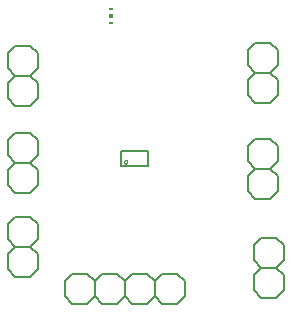
<source format=gto>
G75*
%MOIN*%
%OFA0B0*%
%FSLAX25Y25*%
%IPPOS*%
%LPD*%
%AMOC8*
5,1,8,0,0,1.08239X$1,22.5*
%
%ADD10C,0.00600*%
%ADD11R,0.01181X0.00591*%
%ADD12R,0.01181X0.01181*%
%ADD13C,0.00500*%
%ADD14C,0.00394*%
D10*
X0017300Y0023800D02*
X0014800Y0026300D01*
X0014800Y0031300D01*
X0017300Y0033800D01*
X0014800Y0036300D01*
X0014800Y0041300D01*
X0017300Y0043800D01*
X0022300Y0043800D01*
X0024800Y0041300D01*
X0024800Y0036300D01*
X0022300Y0033800D01*
X0024800Y0031300D01*
X0024800Y0026300D01*
X0022300Y0023800D01*
X0017300Y0023800D01*
X0017300Y0033800D02*
X0022300Y0033800D01*
X0033800Y0022300D02*
X0036300Y0024800D01*
X0041300Y0024800D01*
X0043800Y0022300D01*
X0046300Y0024800D01*
X0051300Y0024800D01*
X0053800Y0022300D01*
X0056300Y0024800D01*
X0061300Y0024800D01*
X0063800Y0022300D01*
X0066300Y0024800D01*
X0071300Y0024800D01*
X0073800Y0022300D01*
X0073800Y0017300D01*
X0071300Y0014800D01*
X0066300Y0014800D01*
X0063800Y0017300D01*
X0061300Y0014800D01*
X0056300Y0014800D01*
X0053800Y0017300D01*
X0053800Y0022300D01*
X0053800Y0017300D02*
X0051300Y0014800D01*
X0046300Y0014800D01*
X0043800Y0017300D01*
X0041300Y0014800D01*
X0036300Y0014800D01*
X0033800Y0017300D01*
X0033800Y0022300D01*
X0043800Y0022300D02*
X0043800Y0017300D01*
X0063800Y0017300D02*
X0063800Y0022300D01*
X0094800Y0052300D02*
X0097300Y0049800D01*
X0102300Y0049800D01*
X0104800Y0052300D01*
X0104800Y0057300D01*
X0102300Y0059800D01*
X0104800Y0062300D01*
X0104800Y0067300D01*
X0102300Y0069800D01*
X0097300Y0069800D01*
X0094800Y0067300D01*
X0094800Y0062300D01*
X0097300Y0059800D01*
X0102300Y0059800D01*
X0097300Y0059800D02*
X0094800Y0057300D01*
X0094800Y0052300D01*
X0099300Y0036800D02*
X0104300Y0036800D01*
X0106800Y0034300D01*
X0106800Y0029300D01*
X0104300Y0026800D01*
X0106800Y0024300D01*
X0106800Y0019300D01*
X0104300Y0016800D01*
X0099300Y0016800D01*
X0096800Y0019300D01*
X0096800Y0024300D01*
X0099300Y0026800D01*
X0096800Y0029300D01*
X0096800Y0034300D01*
X0099300Y0036800D01*
X0099300Y0026800D02*
X0104300Y0026800D01*
X0102300Y0081800D02*
X0097300Y0081800D01*
X0094800Y0084300D01*
X0094800Y0089300D01*
X0097300Y0091800D01*
X0094800Y0094300D01*
X0094800Y0099300D01*
X0097300Y0101800D01*
X0102300Y0101800D01*
X0104800Y0099300D01*
X0104800Y0094300D01*
X0102300Y0091800D01*
X0104800Y0089300D01*
X0104800Y0084300D01*
X0102300Y0081800D01*
X0102300Y0091800D02*
X0097300Y0091800D01*
X0024800Y0093300D02*
X0022300Y0090800D01*
X0024800Y0088300D01*
X0024800Y0083300D01*
X0022300Y0080800D01*
X0017300Y0080800D01*
X0014800Y0083300D01*
X0014800Y0088300D01*
X0017300Y0090800D01*
X0014800Y0093300D01*
X0014800Y0098300D01*
X0017300Y0100800D01*
X0022300Y0100800D01*
X0024800Y0098300D01*
X0024800Y0093300D01*
X0022300Y0090800D02*
X0017300Y0090800D01*
X0017300Y0071800D02*
X0014800Y0069300D01*
X0014800Y0064300D01*
X0017300Y0061800D01*
X0014800Y0059300D01*
X0014800Y0054300D01*
X0017300Y0051800D01*
X0022300Y0051800D01*
X0024800Y0054300D01*
X0024800Y0059300D01*
X0022300Y0061800D01*
X0017300Y0061800D01*
X0022300Y0061800D02*
X0024800Y0064300D01*
X0024800Y0069300D01*
X0022300Y0071800D01*
X0017300Y0071800D01*
D11*
X0049209Y0108438D03*
X0049209Y0113162D03*
D12*
X0049209Y0110800D03*
D13*
X0052650Y0065745D02*
X0061650Y0065745D01*
X0061650Y0060745D01*
X0052650Y0060745D01*
X0052650Y0065745D01*
D14*
X0053487Y0062076D02*
X0053489Y0062123D01*
X0053495Y0062169D01*
X0053504Y0062215D01*
X0053518Y0062259D01*
X0053535Y0062303D01*
X0053556Y0062344D01*
X0053580Y0062384D01*
X0053607Y0062422D01*
X0053638Y0062457D01*
X0053671Y0062490D01*
X0053707Y0062520D01*
X0053746Y0062546D01*
X0053786Y0062570D01*
X0053828Y0062589D01*
X0053872Y0062606D01*
X0053917Y0062618D01*
X0053963Y0062627D01*
X0054009Y0062632D01*
X0054056Y0062633D01*
X0054102Y0062630D01*
X0054148Y0062623D01*
X0054194Y0062612D01*
X0054238Y0062598D01*
X0054281Y0062580D01*
X0054322Y0062558D01*
X0054362Y0062533D01*
X0054399Y0062505D01*
X0054434Y0062474D01*
X0054466Y0062440D01*
X0054495Y0062403D01*
X0054520Y0062365D01*
X0054543Y0062324D01*
X0054562Y0062281D01*
X0054577Y0062237D01*
X0054589Y0062192D01*
X0054597Y0062146D01*
X0054601Y0062099D01*
X0054601Y0062053D01*
X0054597Y0062006D01*
X0054589Y0061960D01*
X0054577Y0061915D01*
X0054562Y0061871D01*
X0054543Y0061828D01*
X0054520Y0061787D01*
X0054495Y0061749D01*
X0054466Y0061712D01*
X0054434Y0061678D01*
X0054399Y0061647D01*
X0054362Y0061619D01*
X0054323Y0061594D01*
X0054281Y0061572D01*
X0054238Y0061554D01*
X0054194Y0061540D01*
X0054148Y0061529D01*
X0054102Y0061522D01*
X0054056Y0061519D01*
X0054009Y0061520D01*
X0053963Y0061525D01*
X0053917Y0061534D01*
X0053872Y0061546D01*
X0053828Y0061563D01*
X0053786Y0061582D01*
X0053746Y0061606D01*
X0053707Y0061632D01*
X0053671Y0061662D01*
X0053638Y0061695D01*
X0053607Y0061730D01*
X0053580Y0061768D01*
X0053556Y0061808D01*
X0053535Y0061849D01*
X0053518Y0061893D01*
X0053504Y0061937D01*
X0053495Y0061983D01*
X0053489Y0062029D01*
X0053487Y0062076D01*
M02*

</source>
